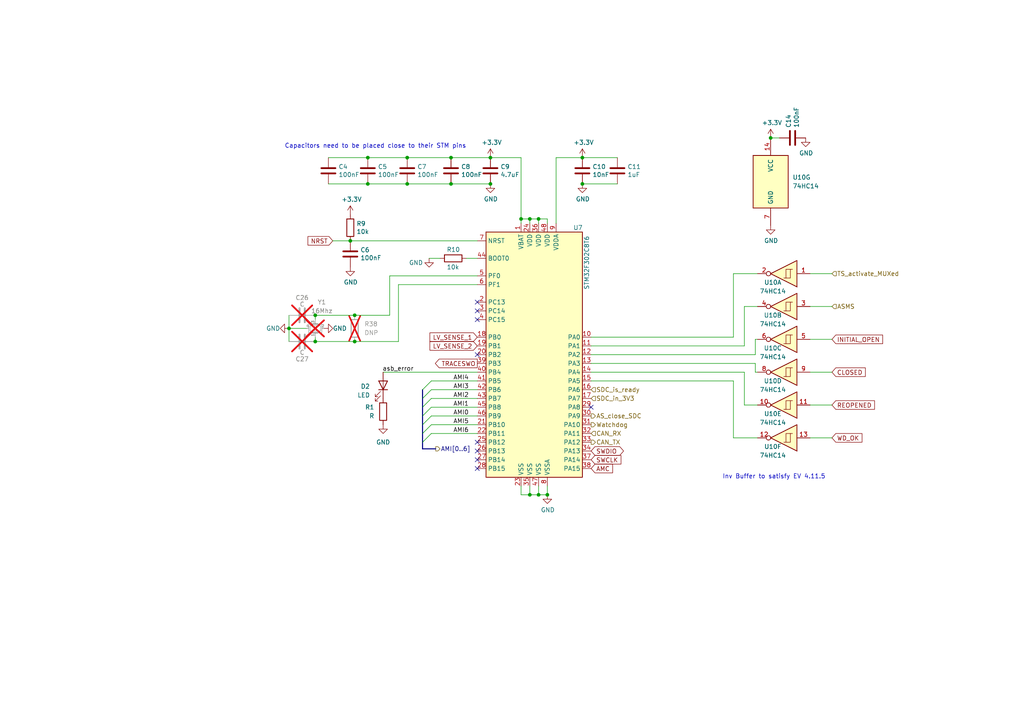
<source format=kicad_sch>
(kicad_sch (version 20230121) (generator eeschema)
  (paper "A4")
  (title_block (title "SDCL - CU") (date "2021-12-16") (rev "v1.0") (company "FaSTTUBe - Formula Student Team TU Berlin") (comment 1 "Car 113") (comment 2 "EBS Electronics") (comment 3 "CU for CAN Bus connection to supervisor"))
  (lib_symbols
    (symbol "74xx:74HC14" (pin_names (offset 1.016))
      (property "Reference" "U" (at 0 1.27 0))
      (property "Value" "74HC14" (at 0 -1.27 0))
      (symbol "74HC14_1_0"
        (polyline (pts (xy -3.81 3.81) (xy -3.81 -3.81) (xy 3.81 0) (xy -3.81 3.81)) (stroke (width 0.254)) (fill (type background)))
        (pin input line (at -7.62 0 0) (length 3.81) (name "~") (number "1"))
        (pin output inverted (at 7.62 0 180) (length 3.81) (name "~") (number "2"))
      )
      (symbol "74HC14_1_1"
        (polyline (pts (xy -1.905 -1.27) (xy -1.905 1.27) (xy -0.635 1.27)))
        (polyline (pts (xy -2.54 -1.27) (xy -0.635 -1.27) (xy -0.635 1.27) (xy 0 1.27)))
      )
      (symbol "74HC14_2_0"
        (polyline (pts (xy -3.81 3.81) (xy -3.81 -3.81) (xy 3.81 0) (xy -3.81 3.81)) (stroke (width 0.254)) (fill (type background)))
        (pin input line (at -7.62 0 0) (length 3.81) (name "~") (number "3"))
        (pin output inverted (at 7.62 0 180) (length 3.81) (name "~") (number "4"))
      )
      (symbol "74HC14_2_1"
        (polyline (pts (xy -1.905 -1.27) (xy -1.905 1.27) (xy -0.635 1.27)))
        (polyline (pts (xy -2.54 -1.27) (xy -0.635 -1.27) (xy -0.635 1.27) (xy 0 1.27)))
      )
      (symbol "74HC14_3_0"
        (polyline (pts (xy -3.81 3.81) (xy -3.81 -3.81) (xy 3.81 0) (xy -3.81 3.81)) (stroke (width 0.254)) (fill (type background)))
        (pin input line (at -7.62 0 0) (length 3.81) (name "~") (number "5"))
        (pin output inverted (at 7.62 0 180) (length 3.81) (name "~") (number "6"))
      )
      (symbol "74HC14_3_1"
        (polyline (pts (xy -1.905 -1.27) (xy -1.905 1.27) (xy -0.635 1.27)))
        (polyline (pts (xy -2.54 -1.27) (xy -0.635 -1.27) (xy -0.635 1.27) (xy 0 1.27)))
      )
      (symbol "74HC14_4_0"
        (polyline (pts (xy -3.81 3.81) (xy -3.81 -3.81) (xy 3.81 0) (xy -3.81 3.81)) (stroke (width 0.254)) (fill (type background)))
        (pin output inverted (at 7.62 0 180) (length 3.81) (name "~") (number "8"))
        (pin input line (at -7.62 0 0) (length 3.81) (name "~") (number "9"))
      )
      (symbol "74HC14_4_1"
        (polyline (pts (xy -1.905 -1.27) (xy -1.905 1.27) (xy -0.635 1.27)))
        (polyline (pts (xy -2.54 -1.27) (xy -0.635 -1.27) (xy -0.635 1.27) (xy 0 1.27)))
      )
      (symbol "74HC14_5_0"
        (polyline (pts (xy -3.81 3.81) (xy -3.81 -3.81) (xy 3.81 0) (xy -3.81 3.81)) (stroke (width 0.254)) (fill (type background)))
        (pin output inverted (at 7.62 0 180) (length 3.81) (name "~") (number "10"))
        (pin input line (at -7.62 0 0) (length 3.81) (name "~") (number "11"))
      )
      (symbol "74HC14_5_1"
        (polyline (pts (xy -1.905 -1.27) (xy -1.905 1.27) (xy -0.635 1.27)))
        (polyline (pts (xy -2.54 -1.27) (xy -0.635 -1.27) (xy -0.635 1.27) (xy 0 1.27)))
      )
      (symbol "74HC14_6_0"
        (polyline (pts (xy -3.81 3.81) (xy -3.81 -3.81) (xy 3.81 0) (xy -3.81 3.81)) (stroke (width 0.254)) (fill (type background)))
        (pin output inverted (at 7.62 0 180) (length 3.81) (name "~") (number "12"))
        (pin input line (at -7.62 0 0) (length 3.81) (name "~") (number "13"))
      )
      (symbol "74HC14_6_1"
        (polyline (pts (xy -1.905 -1.27) (xy -1.905 1.27) (xy -0.635 1.27)))
        (polyline (pts (xy -2.54 -1.27) (xy -0.635 -1.27) (xy -0.635 1.27) (xy 0 1.27)))
      )
      (symbol "74HC14_7_0"
        (pin power_in line (at 0 12.7 270) (length 5.08) (name "VCC") (number "14"))
        (pin power_in line (at 0 -12.7 90) (length 5.08) (name "GND") (number "7"))
      )
      (symbol "74HC14_7_1"
        (rectangle (start -5.08 7.62) (end 5.08 -7.62) (stroke (width 0.254)) (fill (type background)))
      )
    )
    (symbol "Device:C" (pin_numbers hide) (pin_names (offset 0.254))
      (property "Reference" "C" (at 0.635 2.54 0))
      (property "Value" "C" (at 0.635 -2.54 0))
      (symbol "C_0_1"
        (polyline (pts (xy -2.032 -0.762) (xy 2.032 -0.762)) (stroke (width 0.508)))
        (polyline (pts (xy -2.032 0.762) (xy 2.032 0.762)) (stroke (width 0.508)))
      )
      (symbol "C_1_1"
        (pin passive line (at 0 3.81 270) (length 2.794) (name "~") (number "1"))
        (pin passive line (at 0 -3.81 90) (length 2.794) (name "~") (number "2"))
      )
    )
    (symbol "Device:Crystal_GND24_Small" (pin_names (offset 1.016) hide)
      (property "Reference" "Y" (at 1.27 4.445 0))
      (property "Value" "Crystal_GND24_Small" (at 1.27 2.54 0))
      (symbol "Crystal_GND24_Small_0_1"
        (rectangle (start -0.762 -1.524) (end 0.762 1.524))
        (polyline (pts (xy -1.27 -0.762) (xy -1.27 0.762)) (stroke (width 0.381)))
        (polyline (pts (xy 1.27 -0.762) (xy 1.27 0.762)) (stroke (width 0.381)))
        (polyline (pts (xy -1.27 -1.27) (xy -1.27 -1.905) (xy 1.27 -1.905) (xy 1.27 -1.27)))
        (polyline (pts (xy -1.27 1.27) (xy -1.27 1.905) (xy 1.27 1.905) (xy 1.27 1.27)))
      )
      (symbol "Crystal_GND24_Small_1_1"
        (pin passive line (at -2.54 0 0) (length 1.27) (name "1") (number "1"))
        (pin passive line (at 0 -2.54 90) (length 0.635) (name "2") (number "2"))
        (pin passive line (at 2.54 0 180) (length 1.27) (name "3") (number "3"))
        (pin passive line (at 0 2.54 270) (length 0.635) (name "4") (number "4"))
      )
    )
    (symbol "Device:LED" (pin_numbers hide) (pin_names (offset 1.016) hide)
      (property "Reference" "D" (at 0 2.54 0))
      (property "Value" "LED" (at 0 -2.54 0))
      (symbol "LED_0_1"
        (polyline (pts (xy -1.27 -1.27) (xy -1.27 1.27)) (stroke (width 0.254)))
        (polyline (pts (xy -1.27 0) (xy 1.27 0)))
        (polyline (pts (xy 1.27 -1.27) (xy 1.27 1.27) (xy -1.27 0) (xy 1.27 -1.27)) (stroke (width 0.254)))
        (polyline (pts (xy -3.048 -0.762) (xy -4.572 -2.286) (xy -3.81 -2.286) (xy -4.572 -2.286) (xy -4.572 -1.524)))
        (polyline (pts (xy -1.778 -0.762) (xy -3.302 -2.286) (xy -2.54 -2.286) (xy -3.302 -2.286) (xy -3.302 -1.524)))
      )
      (symbol "LED_1_1"
        (pin passive line (at -3.81 0 0) (length 2.54) (name "K") (number "1"))
        (pin passive line (at 3.81 0 180) (length 2.54) (name "A") (number "2"))
      )
    )
    (symbol "Device:R" (pin_numbers hide) (pin_names (offset 0))
      (property "Reference" "R" (at 2.032 0 90))
      (property "Value" "R" (at 0 0 90))
      (symbol "R_0_1"
        (rectangle (start -1.016 -2.54) (end 1.016 2.54) (stroke (width 0.254)))
      )
      (symbol "R_1_1"
        (pin passive line (at 0 3.81 270) (length 1.27) (name "~") (number "1"))
        (pin passive line (at 0 -3.81 90) (length 1.27) (name "~") (number "2"))
      )
    )
    (symbol "MCU_ST_STM32F3:STM32F302C8Tx"
      (property "Reference" "U" (at -15.24 36.83 0))
      (property "Value" "STM32F302C8Tx" (at 7.62 36.83 0))
      (symbol "STM32F302C8Tx_0_1"
        (rectangle (start -15.24 -35.56) (end 12.7 35.56) (stroke (width 0.254)) (fill (type background)))
      )
      (symbol "STM32F302C8Tx_1_1"
        (pin power_in line (at -5.08 38.1 270) (length 2.54) (name "VBAT") (number "1"))
        (pin bidirectional line (at 15.24 5.08 180) (length 2.54) (name "PA0") (number "10"))
        (pin bidirectional line (at 15.24 2.54 180) (length 2.54) (name "PA1") (number "11"))
        (pin bidirectional line (at 15.24 0 180) (length 2.54) (name "PA2") (number "12"))
        (pin bidirectional line (at 15.24 -2.54 180) (length 2.54) (name "PA3") (number "13"))
        (pin bidirectional line (at 15.24 -5.08 180) (length 2.54) (name "PA4") (number "14"))
        (pin bidirectional line (at 15.24 -7.62 180) (length 2.54) (name "PA5") (number "15"))
        (pin bidirectional line (at 15.24 -10.16 180) (length 2.54) (name "PA6") (number "16"))
        (pin bidirectional line (at 15.24 -12.7 180) (length 2.54) (name "PA7") (number "17"))
        (pin bidirectional line (at -17.78 5.08 0) (length 2.54) (name "PB0") (number "18"))
        (pin bidirectional line (at -17.78 2.54 0) (length 2.54) (name "PB1") (number "19"))
        (pin bidirectional line (at -17.78 15.24 0) (length 2.54) (name "PC13") (number "2"))
        (pin bidirectional line (at -17.78 0 0) (length 2.54) (name "PB2") (number "20"))
        (pin bidirectional line (at -17.78 -20.32 0) (length 2.54) (name "PB10") (number "21"))
        (pin bidirectional line (at -17.78 -22.86 0) (length 2.54) (name "PB11") (number "22"))
        (pin power_in line (at -5.08 -38.1 90) (length 2.54) (name "VSS") (number "23"))
        (pin power_in line (at -2.54 38.1 270) (length 2.54) (name "VDD") (number "24"))
        (pin bidirectional line (at -17.78 -25.4 0) (length 2.54) (name "PB12") (number "25"))
        (pin bidirectional line (at -17.78 -27.94 0) (length 2.54) (name "PB13") (number "26"))
        (pin bidirectional line (at -17.78 -30.48 0) (length 2.54) (name "PB14") (number "27"))
        (pin bidirectional line (at -17.78 -33.02 0) (length 2.54) (name "PB15") (number "28"))
        (pin bidirectional line (at 15.24 -15.24 180) (length 2.54) (name "PA8") (number "29"))
        (pin bidirectional line (at -17.78 12.7 0) (length 2.54) (name "PC14") (number "3"))
        (pin bidirectional line (at 15.24 -17.78 180) (length 2.54) (name "PA9") (number "30"))
        (pin bidirectional line (at 15.24 -20.32 180) (length 2.54) (name "PA10") (number "31"))
        (pin bidirectional line (at 15.24 -22.86 180) (length 2.54) (name "PA11") (number "32"))
        (pin bidirectional line (at 15.24 -25.4 180) (length 2.54) (name "PA12") (number "33"))
        (pin bidirectional line (at 15.24 -27.94 180) (length 2.54) (name "PA13") (number "34"))
        (pin power_in line (at -2.54 -38.1 90) (length 2.54) (name "VSS") (number "35"))
        (pin power_in line (at 0 38.1 270) (length 2.54) (name "VDD") (number "36"))
        (pin bidirectional line (at 15.24 -30.48 180) (length 2.54) (name "PA14") (number "37"))
        (pin bidirectional line (at 15.24 -33.02 180) (length 2.54) (name "PA15") (number "38"))
        (pin bidirectional line (at -17.78 -2.54 0) (length 2.54) (name "PB3") (number "39"))
        (pin bidirectional line (at -17.78 10.16 0) (length 2.54) (name "PC15") (number "4"))
        (pin bidirectional line (at -17.78 -5.08 0) (length 2.54) (name "PB4") (number "40"))
        (pin bidirectional line (at -17.78 -7.62 0) (length 2.54) (name "PB5") (number "41"))
        (pin bidirectional line (at -17.78 -10.16 0) (length 2.54) (name "PB6") (number "42"))
        (pin bidirectional line (at -17.78 -12.7 0) (length 2.54) (name "PB7") (number "43"))
        (pin input line (at -17.78 27.94 0) (length 2.54) (name "BOOT0") (number "44"))
        (pin bidirectional line (at -17.78 -15.24 0) (length 2.54) (name "PB8") (number "45"))
        (pin bidirectional line (at -17.78 -17.78 0) (length 2.54) (name "PB9") (number "46"))
        (pin power_in line (at 0 -38.1 90) (length 2.54) (name "VSS") (number "47"))
        (pin power_in line (at 2.54 38.1 270) (length 2.54) (name "VDD") (number "48"))
        (pin input line (at -17.78 22.86 0) (length 2.54) (name "PF0") (number "5"))
        (pin input line (at -17.78 20.32 0) (length 2.54) (name "PF1") (number "6"))
        (pin input line (at -17.78 33.02 0) (length 2.54) (name "NRST") (number "7"))
        (pin power_in line (at 2.54 -38.1 90) (length 2.54) (name "VSSA") (number "8"))
        (pin power_in line (at 5.08 38.1 270) (length 2.54) (name "VDDA") (number "9"))
      )
    )
    (symbol "power:+3.3V" (power) (pin_names (offset 0))
      (property "Value" "+3.3V" (at 0 3.556 0))
      (symbol "+3.3V_0_1"
        (polyline (pts (xy -0.762 1.27) (xy 0 2.54)))
        (polyline (pts (xy 0 0) (xy 0 2.54)))
        (polyline (pts (xy 0 2.54) (xy 0.762 1.27)))
      )
      (symbol "+3.3V_1_1"
        (pin power_in line (at 0 0 90) (length 0) hide (name "+3.3V") (number "1"))
      )
    )
    (symbol "power:GND" (power) (pin_names (offset 0))
      (property "Value" "GND" (at 0 -3.81 0))
      (symbol "GND_0_1"
        (polyline (pts (xy 0 0) (xy 0 -1.27) (xy 1.27 -1.27) (xy 0 -2.54) (xy -1.27 -1.27) (xy 0 -1.27)))
      )
      (symbol "GND_1_1"
        (pin power_in line (at 0 0 270) (length 0) hide (name "GND") (number "1"))
      )
    )
  )
  (junction (at 223.52 40.005))
  (junction (at 106.68 45.72))
  (junction (at 142.24 53.34))
  (junction (at 83.82 95.25))
  (junction (at 102.87 91.44))
  (junction (at 118.11 45.72))
  (junction (at 118.11 53.34))
  (junction (at 106.68 53.34))
  (junction (at 153.67 63.5))
  (junction (at 168.91 45.72))
  (junction (at 130.81 53.34))
  (junction (at 102.87 99.06))
  (junction (at 91.44 99.06))
  (junction (at 142.24 45.72))
  (junction (at 158.75 143.51))
  (junction (at 101.6 69.85))
  (junction (at 156.21 63.5))
  (junction (at 153.67 143.51))
  (junction (at 151.13 63.5))
  (junction (at 130.81 45.72))
  (junction (at 156.21 143.51))
  (junction (at 91.44 91.44))
  (junction (at 168.91 53.34))
  (no_connect (at 138.43 133.35))
  (no_connect (at 138.43 92.71))
  (no_connect (at 138.43 87.63))
  (no_connect (at 138.43 128.27))
  (no_connect (at 171.45 118.11))
  (no_connect (at 138.43 90.17))
  (no_connect (at 138.43 102.87))
  (no_connect (at 138.43 130.81))
  (no_connect (at 138.43 135.89))
  (bus_entry (at 122.555 118.11) (size 2.54 -2.54))
  (bus_entry (at 122.555 120.65) (size 2.54 -2.54))
  (bus_entry (at 122.555 123.19) (size 2.54 -2.54))
  (bus_entry (at 122.555 125.73) (size 2.54 -2.54))
  (bus_entry (at 122.555 128.27) (size 2.54 -2.54))
  (bus_entry (at 122.555 113.03) (size 2.54 -2.54))
  (bus_entry (at 122.555 115.57) (size 2.54 -2.54))
  (wire (pts (xy 153.67 63.5) (xy 153.67 64.77)))
  (wire (pts (xy 212.725 79.375) (xy 219.71 79.375)))
  (wire (pts (xy 127.635 74.93) (xy 124.46 74.93)))
  (wire (pts (xy 158.75 63.5) (xy 156.21 63.5)))
  (wire (pts (xy 161.29 45.72) (xy 161.29 64.77)))
  (wire (pts (xy 125.095 120.65) (xy 138.43 120.65)))
  (wire (pts (xy 153.67 140.97) (xy 153.67 143.51)))
  (wire (pts (xy 219.71 88.9) (xy 215.9 88.9)))
  (wire (pts (xy 156.21 140.97) (xy 156.21 143.51)))
  (wire (pts (xy 158.75 64.77) (xy 158.75 63.5)))
  (wire (pts (xy 158.75 143.51) (xy 156.21 143.51)))
  (wire (pts (xy 219.075 98.425) (xy 219.075 102.87)))
  (wire (pts (xy 130.81 53.34) (xy 142.24 53.34)))
  (wire (pts (xy 115.57 82.55) (xy 115.57 99.06)))
  (wire (pts (xy 125.095 118.11) (xy 138.43 118.11)))
  (bus (pts (xy 122.555 113.03) (xy 122.555 115.57)))
  (wire (pts (xy 168.91 53.34) (xy 179.07 53.34)))
  (wire (pts (xy 219.075 98.425) (xy 219.71 98.425)))
  (wire (pts (xy 142.24 45.72) (xy 151.13 45.72)))
  (wire (pts (xy 96.52 69.85) (xy 101.6 69.85)))
  (wire (pts (xy 91.44 91.44) (xy 102.87 91.44)))
  (wire (pts (xy 83.82 95.25) (xy 88.9 95.25)))
  (wire (pts (xy 156.21 63.5) (xy 153.67 63.5)))
  (bus (pts (xy 122.555 130.175) (xy 126.365 130.175)))
  (wire (pts (xy 91.44 92.71) (xy 91.44 91.44)))
  (wire (pts (xy 212.725 127) (xy 212.725 110.49)))
  (bus (pts (xy 122.555 128.27) (xy 122.555 130.175)))
  (bus (pts (xy 122.555 118.11) (xy 122.555 120.65)))
  (wire (pts (xy 113.03 80.01) (xy 138.43 80.01)))
  (wire (pts (xy 125.095 125.73) (xy 138.43 125.73)))
  (wire (pts (xy 219.075 107.95) (xy 219.075 105.41)))
  (wire (pts (xy 234.95 127) (xy 241.3 127)))
  (wire (pts (xy 226.06 40.005) (xy 223.52 40.005)))
  (wire (pts (xy 161.29 45.72) (xy 168.91 45.72)))
  (wire (pts (xy 113.03 91.44) (xy 113.03 80.01)))
  (bus (pts (xy 122.555 115.57) (xy 122.555 118.11)))
  (wire (pts (xy 219.71 117.475) (xy 215.9 117.475)))
  (wire (pts (xy 171.45 97.79) (xy 212.725 97.79)))
  (wire (pts (xy 101.6 69.85) (xy 138.43 69.85)))
  (wire (pts (xy 158.75 140.97) (xy 158.75 143.51)))
  (wire (pts (xy 219.075 102.87) (xy 171.45 102.87)))
  (wire (pts (xy 215.9 100.33) (xy 171.45 100.33)))
  (wire (pts (xy 125.095 115.57) (xy 138.43 115.57)))
  (wire (pts (xy 115.57 82.55) (xy 138.43 82.55)))
  (wire (pts (xy 212.725 97.79) (xy 212.725 79.375)))
  (wire (pts (xy 138.43 107.95) (xy 111.125 107.95)))
  (wire (pts (xy 168.91 45.72) (xy 179.07 45.72)))
  (bus (pts (xy 122.555 123.19) (xy 122.555 125.73)))
  (wire (pts (xy 156.21 143.51) (xy 153.67 143.51)))
  (wire (pts (xy 215.9 88.9) (xy 215.9 100.33)))
  (wire (pts (xy 125.095 110.49) (xy 138.43 110.49)))
  (bus (pts (xy 122.555 125.73) (xy 122.555 128.27)))
  (wire (pts (xy 215.9 117.475) (xy 215.9 107.95)))
  (wire (pts (xy 234.95 117.475) (xy 241.3 117.475)))
  (wire (pts (xy 234.95 107.95) (xy 241.3 107.95)))
  (wire (pts (xy 219.075 105.41) (xy 171.45 105.41)))
  (bus (pts (xy 122.555 120.65) (xy 122.555 123.19)))
  (wire (pts (xy 125.095 123.19) (xy 138.43 123.19)))
  (wire (pts (xy 125.095 113.03) (xy 138.43 113.03)))
  (wire (pts (xy 135.255 74.93) (xy 138.43 74.93)))
  (wire (pts (xy 234.95 98.425) (xy 241.3 98.425)))
  (wire (pts (xy 219.075 107.95) (xy 219.71 107.95)))
  (wire (pts (xy 83.82 91.44) (xy 83.82 95.25)))
  (wire (pts (xy 95.25 53.34) (xy 106.68 53.34)))
  (wire (pts (xy 91.44 97.79) (xy 91.44 99.06)))
  (wire (pts (xy 151.13 140.97) (xy 151.13 143.51)))
  (wire (pts (xy 106.68 45.72) (xy 118.11 45.72)))
  (wire (pts (xy 219.71 127) (xy 212.725 127)))
  (wire (pts (xy 151.13 143.51) (xy 153.67 143.51)))
  (wire (pts (xy 106.68 53.34) (xy 118.11 53.34)))
  (wire (pts (xy 215.9 107.95) (xy 171.45 107.95)))
  (wire (pts (xy 83.82 95.25) (xy 83.82 99.06)))
  (wire (pts (xy 91.44 99.06) (xy 102.87 99.06)))
  (wire (pts (xy 102.87 91.44) (xy 113.03 91.44)))
  (wire (pts (xy 234.95 79.375) (xy 241.3 79.375)))
  (wire (pts (xy 234.95 88.9) (xy 241.3 88.9)))
  (wire (pts (xy 106.68 45.72) (xy 95.25 45.72)))
  (wire (pts (xy 212.725 110.49) (xy 171.45 110.49)))
  (wire (pts (xy 151.13 63.5) (xy 151.13 64.77)))
  (wire (pts (xy 151.13 45.72) (xy 151.13 63.5)))
  (wire (pts (xy 118.11 53.34) (xy 130.81 53.34)))
  (wire (pts (xy 156.21 64.77) (xy 156.21 63.5)))
  (wire (pts (xy 153.67 63.5) (xy 151.13 63.5)))
  (wire (pts (xy 102.87 99.06) (xy 115.57 99.06)))
  (wire (pts (xy 118.11 45.72) (xy 130.81 45.72)))
  (wire (pts (xy 130.81 45.72) (xy 142.24 45.72)))
  (text "Capacitors need to be placed close to their STM pins" (at 82.55 43.18 0) (effects (font (size 1.27 1.27)) (justify left bottom)))
  (text "Inv Buffer to satisfy EV 4.11.5" (at 209.55 139.065 0) (effects (font (size 1.27 1.27)) (justify left bottom)))
  (label "AMI3" (at 131.445 113.03 0))
  (label "AMI4" (at 131.445 110.49 0))
  (label "AMI2" (at 131.445 115.57 0))
  (label "AMI0" (at 131.445 120.65 0))
  (label "AMI6" (at 131.445 125.73 0))
  (label "AMI5" (at 131.445 123.19 0))
  (label "AMI1" (at 131.445 118.11 0))
  (label "asb_error" (at 120.015 107.95 180))
  (global_label "REOPENED" (shape input) (at 241.3 117.475 0) (property "Intersheetrefs" "${INTERSHEET_REFS}" (effects hide)))
  (global_label "CLOSED" (shape input) (at 241.3 107.95 0) (property "Intersheetrefs" "${INTERSHEET_REFS}" (effects hide)))
  (global_label "WD_OK" (shape input) (at 241.3 127 0) (property "Intersheetrefs" "${INTERSHEET_REFS}" (effects hide)))
  (global_label "LV_SENSE_2" (shape input) (at 138.43 100.33 180) (property "Intersheetrefs" "${INTERSHEET_REFS}" (effects hide)))
  (global_label "LV_SENSE_1" (shape input) (at 138.43 97.79 180) (property "Intersheetrefs" "${INTERSHEET_REFS}" (effects hide)))
  (global_label "SWDIO" (shape bidirectional) (at 171.45 130.81 0) (property "Intersheetrefs" "${INTERSHEET_REFS}" (effects hide)))
  (global_label "INITIAL_OPEN" (shape input) (at 241.3 98.425 0) (property "Intersheetrefs" "${INTERSHEET_REFS}" (effects hide)))
  (global_label "NRST" (shape input) (at 96.52 69.85 180) (property "Intersheetrefs" "${INTERSHEET_REFS}" (effects hide)))
  (global_label "AMC" (shape input) (at 171.45 135.89 0) (property "Intersheetrefs" "${INTERSHEET_REFS}" (effects hide)))
  (global_label "TRACESWO" (shape output) (at 138.43 105.41 180) (property "Intersheetrefs" "${INTERSHEET_REFS}" (effects hide)))
  (global_label "SWCLK" (shape input) (at 171.45 133.35 0) (property "Intersheetrefs" "${INTERSHEET_REFS}" (effects hide)))
  (hierarchical_label "SDC_is_ready" (shape input) (at 171.45 113.03 0))
  (hierarchical_label "CAN_RX" (shape input) (at 171.45 125.73 0))
  (hierarchical_label "CAN_TX" (shape output) (at 171.45 128.27 0))
  (hierarchical_label "ASMS" (shape input) (at 241.3 88.9 0))
  (hierarchical_label "AS_close_SDC" (shape output) (at 171.45 120.65 0))
  (hierarchical_label "TS_activate_MUXed" (shape input) (at 241.3 79.375 0))
  (hierarchical_label "Watchdog" (shape output) (at 171.45 123.19 0))
  (hierarchical_label "SDC_in_3V3" (shape input) (at 171.45 115.57 0))
  (hierarchical_label "AMI[0..6]" (shape output) (at 126.365 130.175 0))
  (symbol (lib_id "Device:C") (at 130.81 49.53 0) (unit 1)
    (property "Reference" "C8" (at 133.731 48.3616 0) (effects (justify left)))
    (property "Value" "100nF" (at 133.731 50.673 0) (effects (justify left)))
    (property "Footprint" "Capacitor_SMD:C_0603_1608Metric_Pad1.08x0.95mm_HandSolder" (effects hide))
  )
  (symbol (lib_id "Device:C") (at 142.24 49.53 0) (unit 1)
    (property "Reference" "C9" (at 145.161 48.3616 0) (effects (justify left)))
    (property "Value" "4.7uF" (at 145.161 50.673 0) (effects (justify left)))
    (property "Footprint" "Capacitor_SMD:C_0603_1608Metric_Pad1.08x0.95mm_HandSolder" (effects hide))
  )
  (symbol (lib_id "Device:C") (at 118.11 49.53 0) (unit 1)
    (property "Reference" "C7" (at 121.031 48.3616 0) (effects (justify left)))
    (property "Value" "100nF" (at 121.031 50.673 0) (effects (justify left)))
    (property "Footprint" "Capacitor_SMD:C_0603_1608Metric_Pad1.08x0.95mm_HandSolder" (effects hide))
  )
  (symbol (lib_id "Device:C") (at 106.68 49.53 0) (unit 1)
    (property "Reference" "C5" (at 109.601 48.3616 0) (effects (justify left)))
    (property "Value" "100nF" (at 109.601 50.673 0) (effects (justify left)))
    (property "Footprint" "Capacitor_SMD:C_0603_1608Metric_Pad1.08x0.95mm_HandSolder" (effects hide))
  )
  (symbol (lib_id "Device:C") (at 95.25 49.53 0) (unit 1)
    (property "Reference" "C4" (at 98.171 48.3616 0) (effects (justify left)))
    (property "Value" "100nF" (at 98.171 50.673 0) (effects (justify left)))
    (property "Footprint" "Capacitor_SMD:C_0603_1608Metric_Pad1.08x0.95mm_HandSolder" (effects hide))
  )
  (symbol (lib_id "power:GND") (at 142.24 53.34 0) (unit 1)
    (property "Reference" "#PWR0133" (effects hide))
    (property "Value" "GND" (at 142.367 57.7342 0))
  )
  (symbol (lib_id "power:GND") (at 158.75 143.51 0) (unit 1)
    (property "Reference" "#PWR0140" (effects hide))
    (property "Value" "GND" (at 158.877 147.9042 0))
  )
  (symbol (lib_id "Device:C") (at 168.91 49.53 0) (unit 1)
    (property "Reference" "C10" (at 171.831 48.3616 0) (effects (justify left)))
    (property "Value" "10nF" (at 171.831 50.673 0) (effects (justify left)))
    (property "Footprint" "Capacitor_SMD:C_0603_1608Metric_Pad1.08x0.95mm_HandSolder" (effects hide))
  )
  (symbol (lib_id "Device:C") (at 179.07 49.53 0) (unit 1)
    (property "Reference" "C11" (at 181.991 48.3616 0) (effects (justify left)))
    (property "Value" "1uF" (at 181.991 50.673 0) (effects (justify left)))
    (property "Footprint" "Capacitor_SMD:C_0603_1608Metric_Pad1.08x0.95mm_HandSolder" (effects hide))
  )
  (symbol (lib_id "power:GND") (at 168.91 53.34 0) (unit 1)
    (property "Reference" "#PWR0134" (effects hide))
    (property "Value" "GND" (at 169.037 57.7342 0))
  )
  (symbol (lib_id "Device:R") (at 131.445 74.93 270) (unit 1)
    (property "Reference" "R10" (at 129.54 72.39 90) (effects (justify left)))
    (property "Value" "10k" (at 129.54 77.47 90) (effects (justify left)))
    (property "Footprint" "Resistor_SMD:R_0603_1608Metric_Pad0.98x0.95mm_HandSolder" (effects hide))
  )
  (symbol (lib_id "MCU_ST_STM32F3:STM32F302C8Tx") (at 156.21 102.87 0) (unit 1)
    (property "Reference" "U7" (at 167.64 66.04 0))
    (property "Value" "STM32F302C8T6" (at 170.18 76.2 90))
    (property "Footprint" "Package_QFP:LQFP-48_7x7mm_P0.5mm" (effects hide))
    (property "Datasheet" "http://www.st.com/st-web-ui/static/active/en/resource/technical/document/datasheet/DM00093333.pdf" (effects hide))
  )
  (symbol (lib_id "power:GND") (at 124.46 74.93 0) (unit 1)
    (property "Reference" "#PWR0136" (effects hide))
    (property "Value" "GND" (at 120.65 76.2 0))
  )
  (symbol (lib_id "Device:R") (at 101.6 66.04 0) (unit 1)
    (property "Reference" "R9" (at 103.378 64.8716 0) (effects (justify left)))
    (property "Value" "10k" (at 103.378 67.183 0) (effects (justify left)))
    (property "Footprint" "Resistor_SMD:R_0603_1608Metric_Pad0.98x0.95mm_HandSolder" (effects hide))
  )
  (symbol (lib_id "Device:C") (at 101.6 73.66 0) (unit 1)
    (property "Reference" "C6" (at 104.521 72.4916 0) (effects (justify left)))
    (property "Value" "100nF" (at 104.521 74.803 0) (effects (justify left)))
    (property "Footprint" "Capacitor_SMD:C_0603_1608Metric_Pad1.08x0.95mm_HandSolder" (effects hide))
  )
  (symbol (lib_id "power:GND") (at 101.6 77.47 0) (unit 1)
    (property "Reference" "#PWR0135" (effects hide))
    (property "Value" "GND" (at 101.727 81.8642 0))
  )
  (symbol (lib_id "power:+3.3V") (at 142.24 45.72 0) (unit 1)
    (property "Reference" "#PWR0137" (effects hide))
    (property "Value" "+3.3V" (at 142.621 41.3258 0))
  )
  (symbol (lib_id "power:+3.3V") (at 168.91 45.72 0) (unit 1)
    (property "Reference" "#PWR0138" (effects hide))
    (property "Value" "+3.3V" (at 169.291 41.3258 0))
  )
  (symbol (lib_id "power:+3.3V") (at 101.6 62.23 0) (unit 1)
    (property "Reference" "#PWR0139" (effects hide))
    (property "Value" "+3.3V" (at 101.981 57.8358 0))
  )
  (symbol (lib_id "power:GND") (at 93.98 95.25 90) (unit 1)
    (property "Reference" "#PWR0166" (effects hide))
    (property "Value" "GND" (at 96.52 95.25 90) (effects (justify right)))
  )
  (symbol (lib_id "Device:C") (at 87.63 91.44 90) (unit 1) (dnp yes)
    (property "Reference" "C26" (at 87.63 86.36 90))
    (property "Value" "C" (at 87.63 88.265 90))
    (property "Footprint" "Capacitor_SMD:C_0603_1608Metric" (effects hide))
  )
  (symbol (lib_id "74xx:74HC14") (at 227.33 127 180) (unit 6)
    (property "Reference" "U10" (at 224.155 129.54 0))
    (property "Value" "74HC14" (at 224.155 132.08 0))
    (property "Footprint" "Package_SO:SOIC-14_3.9x8.7mm_P1.27mm" (effects hide))
    (property "Datasheet" "http://www.ti.com/lit/gpn/sn74HC14" (effects hide))
  )
  (symbol (lib_id "74xx:74HC14") (at 223.52 52.705 0) (unit 7)
    (property "Reference" "U10" (at 229.87 51.4349 0) (effects (justify left)))
    (property "Value" "74HC14" (at 229.87 53.9749 0) (effects (justify left)))
    (property "Footprint" "Package_SO:SOIC-14_3.9x8.7mm_P1.27mm" (effects hide))
    (property "Datasheet" "http://www.ti.com/lit/gpn/sn74HC14" (effects hide))
  )
  (symbol (lib_id "74xx:74HC14") (at 227.33 107.95 180) (unit 4)
    (property "Reference" "U10" (at 224.155 110.49 0))
    (property "Value" "74HC14" (at 224.155 113.03 0))
    (property "Footprint" "Package_SO:SOIC-14_3.9x8.7mm_P1.27mm" (effects hide))
    (property "Datasheet" "http://www.ti.com/lit/gpn/sn74HC14" (effects hide))
  )
  (symbol (lib_id "Device:Crystal_GND24_Small") (at 91.44 95.25 90) (unit 1) (dnp yes)
    (property "Reference" "Y1" (at 93.345 87.63 90))
    (property "Value" "16Mhz" (at 93.345 90.17 90))
    (property "Footprint" "Crystal:Crystal_SMD_2520-4Pin_2.5x2.0mm" (effects hide))
  )
  (symbol (lib_id "power:GND") (at 223.52 65.405 0) (unit 1)
    (property "Reference" "#PWR03" (effects hide))
    (property "Value" "GND" (at 223.647 69.7992 0))
  )
  (symbol (lib_id "power:GND") (at 233.68 40.005 0) (unit 1)
    (property "Reference" "#PWR04" (effects hide))
    (property "Value" "GND" (at 233.807 44.3992 0))
  )
  (symbol (lib_id "74xx:74HC14") (at 227.33 98.425 180) (unit 3)
    (property "Reference" "U10" (at 224.155 100.965 0))
    (property "Value" "74HC14" (at 224.155 103.505 0))
    (property "Footprint" "Package_SO:SOIC-14_3.9x8.7mm_P1.27mm" (effects hide))
    (property "Datasheet" "http://www.ti.com/lit/gpn/sn74HC14" (effects hide))
  )
  (symbol (lib_id "Device:R") (at 102.87 95.25 0) (unit 1) (dnp yes)
    (property "Reference" "R38" (at 105.664 93.9799 0) (effects (justify left)))
    (property "Value" "DNP" (at 105.664 96.5199 0) (effects (justify left)))
    (property "Footprint" "Resistor_SMD:R_0603_1608Metric" (effects hide))
  )
  (symbol (lib_id "power:GND") (at 83.82 95.25 270) (unit 1)
    (property "Reference" "#PWR0165" (effects hide))
    (property "Value" "GND" (at 81.28 95.25 90) (effects (justify right)))
  )
  (symbol (lib_id "Device:LED") (at 111.125 111.76 270) (mirror x) (unit 1)
    (property "Reference" "D2" (at 107.315 112.0774 90) (effects (justify right)))
    (property "Value" "LED" (at 107.315 114.6174 90) (effects (justify right)))
    (property "Footprint" "LED_THT:LED_D5.0mm_Clear" (effects hide))
  )
  (symbol (lib_id "Device:R") (at 111.125 119.38 0) (mirror y) (unit 1)
    (property "Reference" "R1" (at 108.585 118.1099 0) (effects (justify left)))
    (property "Value" "R" (at 108.585 120.6499 0) (effects (justify left)))
    (property "Footprint" "Resistor_SMD:R_0603_1608Metric_Pad0.98x0.95mm_HandSolder" (effects hide))
  )
  (symbol (lib_id "power:GND") (at 111.125 123.19 0) (mirror y) (unit 1)
    (property "Reference" "#PWR01" (effects hide))
    (property "Value" "GND" (at 111.125 128.27 0))
  )
  (symbol (lib_id "74xx:74HC14") (at 227.33 79.375 180) (unit 1)
    (property "Reference" "U10" (at 224.155 81.915 0))
    (property "Value" "74HC14" (at 224.155 84.455 0))
    (property "Footprint" "Package_SO:SOIC-14_3.9x8.7mm_P1.27mm" (effects hide))
    (property "Datasheet" "http://www.ti.com/lit/gpn/sn74HC14" (effects hide))
  )
  (symbol (lib_id "Device:C") (at 87.63 99.06 90) (unit 1) (dnp yes)
    (property "Reference" "C27" (at 87.63 104.14 90))
    (property "Value" "C" (at 87.63 102.235 90))
    (property "Footprint" "Capacitor_SMD:C_0603_1608Metric" (effects hide))
  )
  (symbol (lib_id "74xx:74HC14") (at 227.33 88.9 180) (unit 2)
    (property "Reference" "U10" (at 224.155 91.44 0))
    (property "Value" "74HC14" (at 224.155 93.98 0))
    (property "Footprint" "Package_SO:SOIC-14_3.9x8.7mm_P1.27mm" (effects hide))
    (property "Datasheet" "http://www.ti.com/lit/gpn/sn74HC14" (effects hide))
  )
  (symbol (lib_id "power:+3.3V") (at 223.52 40.005 0) (unit 1)
    (property "Reference" "#PWR02" (effects hide))
    (property "Value" "+3.3V" (at 223.901 35.6108 0))
  )
  (symbol (lib_id "Device:C") (at 229.87 40.005 90) (unit 1)
    (property "Reference" "C14" (at 228.7016 37.084 0) (effects (justify left)))
    (property "Value" "100nF" (at 231.013 37.084 0) (effects (justify left)))
    (property "Footprint" "Capacitor_SMD:C_0603_1608Metric_Pad1.08x0.95mm_HandSolder" (effects hide))
  )
  (symbol (lib_id "74xx:74HC14") (at 227.33 117.475 180) (unit 5)
    (property "Reference" "U10" (at 224.155 120.015 0))
    (property "Value" "74HC14" (at 224.155 122.555 0))
    (property "Footprint" "Package_SO:SOIC-14_3.9x8.7mm_P1.27mm" (effects hide))
    (property "Datasheet" "http://www.ti.com/lit/gpn/sn74HC14" (effects hide))
  )
)
</source>
